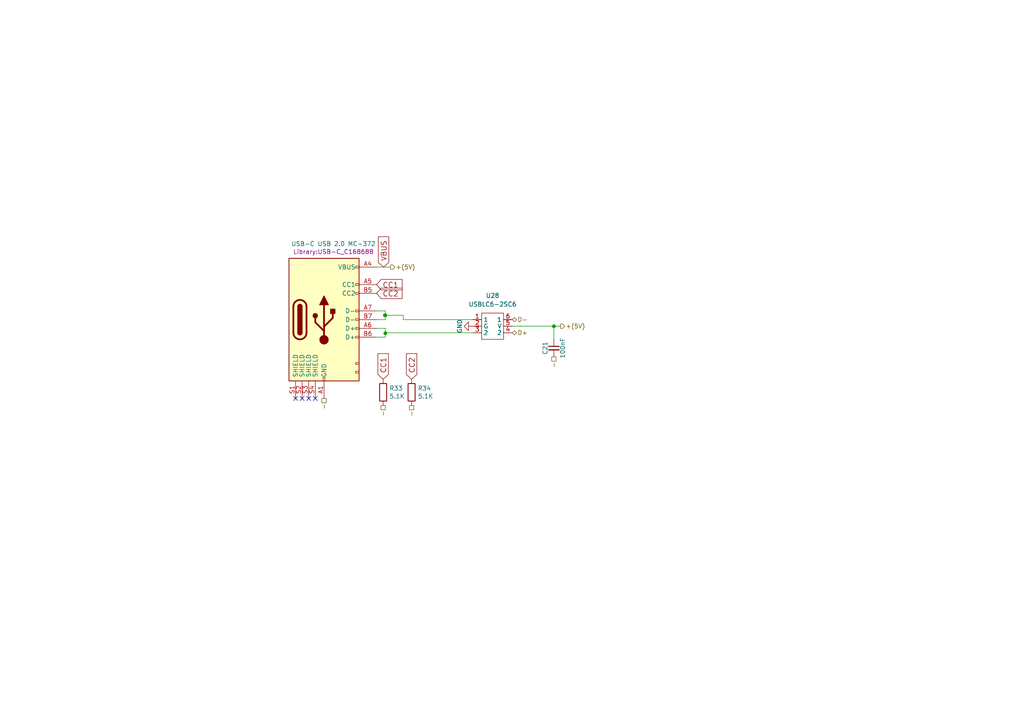
<source format=kicad_sch>
(kicad_sch (version 20211123) (generator eeschema)
  (paper "A4")
  (lib_symbols
    (symbol "Device:C_Small" (pin_numbers hide) (pin_names (offset 0.254) hide)
      (property "Reference" "C" (at 0.254 1.778 0))
      (property "Value" "C_Small" (at 0.254 -2.032 0))
      (symbol "C_Small_0_1"
        (polyline (pts (xy -1.524 -0.508) (xy 1.524 -0.508)) (stroke (width 0.3302)))
        (polyline (pts (xy -1.524 0.508) (xy 1.524 0.508)) (stroke (width 0.3048)))
      )
      (symbol "C_Small_1_1"
        (pin passive line (at 0 2.54 270) (length 2.032) (name "~") (number "1"))
        (pin passive line (at 0 -2.54 90) (length 2.032) (name "~") (number "2"))
      )
    )
    (symbol "Device:R" (pin_numbers hide) (pin_names (offset 0))
      (property "Reference" "R" (at 2.032 0 90))
      (property "Value" "R" (at 0 0 90))
      (symbol "R_0_1"
        (rectangle (start -1.016 -2.54) (end 1.016 2.54) (stroke (width 0.254)))
      )
      (symbol "R_1_1"
        (pin passive line (at 0 3.81 270) (length 1.27) (name "~") (number "1"))
        (pin passive line (at 0 -3.81 90) (length 1.27) (name "~") (number "2"))
      )
    )
    (symbol "Library:USBLC6-2SC6"
      (property "Reference" "U" (at 1.27 3.175 0))
      (property "Value" "USBLC6-2SC6" (at 3.175 1.27 0))
      (symbol "USBLC6-2SC6_0_1"
        (rectangle (start 0 0) (end 6.35 -7.62))
      )
      (symbol "USBLC6-2SC6_1_1"
        (pin input line (at -2.54 -1.905 0) (length 2.54) (name "1") (number "1"))
        (pin input line (at -2.54 -3.81 0) (length 2.54) (name "G") (number "2"))
        (pin input line (at -2.54 -5.715 0) (length 2.54) (name "2") (number "3"))
        (pin input line (at 8.89 -5.715 180) (length 2.54) (name "2") (number "4"))
        (pin input line (at 8.89 -3.81 180) (length 2.54) (name "V") (number "5"))
        (pin input line (at 8.89 -1.905 180) (length 2.54) (name "1") (number "6"))
      )
    )
    (symbol "Library:USB_C_Receptacle_USB2.0" (pin_names (offset 1.016))
      (property "Reference" "J1" (at 2.7178 24.3078 0))
      (property "Value" "USB_C_Receptacle_USB2.0" (at 2.7178 21.9964 0))
      (property "Footprint" "Library:USB-C_C168688" (at 2.7178 19.685 0))
      (symbol "USB_C_Receptacle_USB2.0_0_0"
        (rectangle (start -0.254 -17.78) (end 0.254 -16.764))
        (rectangle (start 10.16 -14.986) (end 9.144 -15.494))
        (rectangle (start 10.16 -12.446) (end 9.144 -12.954))
        (rectangle (start 10.16 -4.826) (end 9.144 -5.334))
        (rectangle (start 10.16 -2.286) (end 9.144 -2.794))
        (rectangle (start 10.16 0.254) (end 9.144 -0.254))
        (rectangle (start 10.16 2.794) (end 9.144 2.286))
        (rectangle (start 10.16 7.874) (end 9.144 7.366))
        (rectangle (start 10.16 10.414) (end 9.144 9.906))
        (rectangle (start 10.16 15.494) (end 9.144 14.986))
      )
      (symbol "USB_C_Receptacle_USB2.0_0_1"
        (rectangle (start -10.16 17.78) (end 10.16 -17.78) (stroke (width 0.254)) (fill (type background)))
        (arc (start -8.89 -3.81) (mid -6.985 -5.715) (end -5.08 -3.81) (stroke (width 0.508)))
        (arc (start -7.62 -3.81) (mid -6.985 -4.445) (end -6.35 -3.81) (stroke (width 0.254)))
        (arc (start -7.62 -3.81) (mid -6.985 -4.445) (end -6.35 -3.81) (stroke (width 0.254)) (fill (type outline)))
        (rectangle (start -7.62 -3.81) (end -6.35 3.81) (stroke (width 0.254)) (fill (type outline)))
        (arc (start -6.35 3.81) (mid -6.985 4.445) (end -7.62 3.81) (stroke (width 0.254)))
        (arc (start -6.35 3.81) (mid -6.985 4.445) (end -7.62 3.81) (stroke (width 0.254)) (fill (type outline)))
        (arc (start -5.08 3.81) (mid -6.985 5.715) (end -8.89 3.81) (stroke (width 0.508)))
        (circle (center -2.54 1.143) (radius 0.635) (stroke (width 0.254)) (fill (type outline)))
        (circle (center 0 -5.842) (radius 1.27) (fill (type outline)))
        (polyline (pts (xy -8.89 -3.81) (xy -8.89 3.81)) (stroke (width 0.508)))
        (polyline (pts (xy -5.08 3.81) (xy -5.08 -3.81)) (stroke (width 0.508)))
        (polyline (pts (xy 0 -5.842) (xy 0 4.318)) (stroke (width 0.508)))
        (polyline (pts (xy 0 -3.302) (xy -2.54 -0.762) (xy -2.54 0.508)) (stroke (width 0.508)))
        (polyline (pts (xy 0 -2.032) (xy 2.54 0.508) (xy 2.54 1.778)) (stroke (width 0.508)))
        (polyline (pts (xy -1.27 4.318) (xy 0 6.858) (xy 1.27 4.318) (xy -1.27 4.318)) (stroke (width 0.254)) (fill (type outline)))
        (rectangle (start 1.905 1.778) (end 3.175 3.048) (stroke (width 0.254)) (fill (type outline)))
      )
      (symbol "USB_C_Receptacle_USB2.0_1_1"
        (pin power_in line (at 0 -22.86 90) (length 5.08) (name "GND") (number "A1"))
        (pin power_in line (at 15.24 15.24 180) (length 5.08) (name "VBUS") (number "A4"))
        (pin bidirectional line (at 15.24 10.16 180) (length 5.08) (name "CC1") (number "A5"))
        (pin bidirectional line (at 15.24 -2.54 180) (length 5.08) (name "D+") (number "A6"))
        (pin bidirectional line (at 15.24 2.54 180) (length 5.08) (name "D-") (number "A7"))
        (pin bidirectional line (at 15.24 7.62 180) (length 5.08) (name "CC2") (number "B5"))
        (pin bidirectional line (at 15.24 -5.08 180) (length 5.08) (name "D+") (number "B6"))
        (pin bidirectional line (at 15.24 0 180) (length 5.08) (name "D-") (number "B7"))
        (pin passive line (at -8.255 -22.86 90) (length 5.08) (name "SHIELD") (number "S1"))
        (pin passive line (at -6.35 -22.86 90) (length 5.08) (name "SHIELD") (number "S2"))
        (pin passive line (at -4.445 -22.86 90) (length 5.08) (name "SHIELD") (number "S3"))
        (pin passive line (at -2.54 -22.86 90) (length 5.08) (name "SHIELD") (number "S4"))
      )
    )
    (symbol "nrfmicro-rescue:GND" (power) (pin_names (offset 0))
      (property "Value" "GND" (at 0 -3.81 0))
      (symbol "GND_0_1"
        (polyline (pts (xy 0 0) (xy 0 -1.27) (xy 1.27 -1.27) (xy 0 -2.54) (xy -1.27 -1.27) (xy 0 -1.27)))
      )
      (symbol "GND_1_1"
        (pin power_in line (at 0 0 270) (length 0) hide (name "GND") (number "1"))
      )
    )
  )
  (junction (at 111.633 91.44))
  (junction (at 111.76 96.647))
  (junction (at 160.655 94.615))
  (junction (at 111.76 91.44))
  (no_connect (at 87.63 115.57))
  (no_connect (at 85.725 115.57))
  (no_connect (at 91.44 115.57))
  (no_connect (at 89.535 115.57))
  (wire (pts (xy 112.014 96.52) (xy 111.76 96.647)))
  (wire (pts (xy 111.76 96.647) (xy 111.76 97.79)))
  (wire (pts (xy 109.22 97.79) (xy 111.76 97.79)))
  (wire (pts (xy 111.76 95.25) (xy 111.76 96.647)))
  (wire (pts (xy 111.76 91.44) (xy 111.633 91.44)))
  (wire (pts (xy 116.967 92.71) (xy 116.967 91.44)))
  (wire (pts (xy 160.655 98.425) (xy 160.655 94.615)))
  (wire (pts (xy 109.22 92.71) (xy 111.76 92.71)))
  (wire (pts (xy 111.76 91.44) (xy 111.76 92.71)))
  (wire (pts (xy 113.284 77.47) (xy 109.22 77.47)))
  (wire (pts (xy 148.59 94.615) (xy 160.655 94.615)))
  (wire (pts (xy 137.16 92.71) (xy 116.967 92.71)))
  (wire (pts (xy 112.014 96.52) (xy 137.16 96.52)))
  (wire (pts (xy 160.655 94.615) (xy 162.56 94.615)))
  (wire (pts (xy 116.967 91.44) (xy 111.76 91.44)))
  (wire (pts (xy 109.22 90.17) (xy 111.76 90.17)))
  (wire (pts (xy 109.22 95.25) (xy 111.76 95.25)))
  (wire (pts (xy 111.76 90.17) (xy 111.76 91.44)))
  (global_label "CC1" (shape input) (at 111.125 109.982 90) (effects (font (size 1.524 1.524))) (property "Intersheet References" "${INTERSHEET_REFS}" (effects hide)))
  (global_label "CC1" (shape input) (at 109.22 82.55 0) (effects (font (size 1.524 1.524))) (property "Intersheet References" "${INTERSHEET_REFS}" (effects hide)))
  (global_label "CC2" (shape input) (at 119.38 109.982 90) (effects (font (size 1.524 1.524))) (property "Intersheet References" "${INTERSHEET_REFS}" (effects hide)))
  (global_label "VBUS" (shape input) (at 111.252 77.47 90) (effects (font (size 1.524 1.524))) (property "Intersheet References" "${INTERSHEET_REFS}" (effects hide)))
  (global_label "CC2" (shape input) (at 109.22 85.09 0) (effects (font (size 1.524 1.524))) (property "Intersheet References" "${INTERSHEET_REFS}" (effects hide)))
  (hierarchical_label "-" (shape passive) (at 93.98 115.57 270))
  (hierarchical_label "-" (shape passive) (at 119.38 117.602 270))
  (hierarchical_label "+(5V)" (shape output) (at 162.56 94.615 0))
  (hierarchical_label "-" (shape passive) (at 160.655 103.505 270))
  (hierarchical_label "D-" (shape bidirectional) (at 148.59 92.71 0))
  (hierarchical_label "-" (shape passive) (at 111.125 117.602 270))
  (hierarchical_label "D+" (shape bidirectional) (at 148.59 96.52 0))
  (hierarchical_label "+(5V)" (shape output) (at 113.284 77.47 0))
  (symbol (lib_id "Library:USBLC6-2SC6") (at 139.7 90.805 0) (unit 1)
    (property "Reference" "U28" (at 142.875 85.725 0))
    (property "Value" "USBLC6-2SC6" (at 142.875 88.265 0))
    (property "Footprint" "Library:SOT-23-6-Small" (effects hide))
  )
  (symbol (lib_id "Device:C_Small") (at 160.655 100.965 0) (unit 1)
    (property "Reference" "C21" (at 158.115 100.965 90))
    (property "Value" "100nF" (at 163.195 100.965 90))
    (property "Footprint" "Capacitor_SMD:C_0402_1005Metric" (effects hide))
  )
  (symbol (lib_id "nrfmicro-rescue:GND") (at 137.16 94.615 270) (unit 1)
    (property "Reference" "#PWR044" (effects hide))
    (property "Value" "GND" (at 133.35 94.615 0))
  )
  (symbol (lib_id "Library:USB_C_Receptacle_USB2.0") (at 93.98 92.71 0) (unit 1)
    (property "Reference" "J1" (effects hide))
    (property "Value" "USB-C USB 2.0 MC-372" (at 96.6978 70.7136 0))
    (property "Footprint" "Library:USB-C_C168688" (at 96.6978 73.025 0))
    (property "Datasheet" "https://www.usb.org/sites/default/files/documents/usb_type-c.zip" (effects hide))
  )
  (symbol (lib_id "Device:R") (at 111.125 113.792 0) (unit 1)
    (property "Reference" "R33" (at 112.903 112.6236 0) (effects (justify left)))
    (property "Value" "5.1K" (at 112.903 114.935 0) (effects (justify left)))
    (property "Footprint" "Resistor_SMD:R_0402_1005Metric" (effects hide))
  )
  (symbol (lib_id "Device:R") (at 119.38 113.792 0) (unit 1)
    (property "Reference" "R34" (at 121.158 112.6236 0) (effects (justify left)))
    (property "Value" "5.1K" (at 121.158 114.935 0) (effects (justify left)))
    (property "Footprint" "Resistor_SMD:R_0402_1005Metric" (effects hide))
  )
)
</source>
